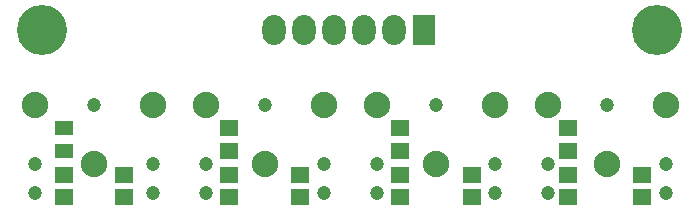
<source format=gbs>
G04 DipTrace 3.2.0.1*
G04 WellMonitor.gbs*
%MOIN*%
G04 #@! TF.FileFunction,Soldermask,Bot*
G04 #@! TF.Part,Single*
%ADD19R,0.059055X0.051181*%
%ADD28C,0.047244*%
%ADD31C,0.167*%
%ADD37O,0.076803X0.100425*%
%ADD39R,0.076803X0.100425*%
%ADD41C,0.087984*%
%ADD43R,0.061055X0.053181*%
%FSLAX26Y26*%
G04*
G70*
G90*
G75*
G01*
G04 BotMask*
%LPD*%
D31*
X518701Y1043701D3*
X2568701D3*
D43*
X793701Y561103D3*
Y486299D3*
X1378701Y561103D3*
Y486299D3*
X1953701Y561103D3*
Y486299D3*
X2518701Y561103D3*
Y486299D3*
D41*
X693701Y596496D3*
X496851Y793347D3*
X890551D3*
D28*
X496851Y498071D3*
Y596496D3*
X693701Y793347D3*
X890551Y498071D3*
Y596496D3*
D41*
X1263701D3*
X1066851Y793347D3*
X1460551D3*
D28*
X1066851Y498071D3*
Y596496D3*
X1263701Y793347D3*
X1460551Y498071D3*
Y596496D3*
D41*
X1833701D3*
X1636851Y793347D3*
X2030551D3*
D28*
X1636851Y498071D3*
Y596496D3*
X1833701Y793347D3*
X2030551Y498071D3*
Y596496D3*
D41*
X2403701D3*
X2206851Y793347D3*
X2600551D3*
D28*
X2206851Y498071D3*
Y596496D3*
X2403701Y793347D3*
X2600551Y498071D3*
Y596496D3*
D39*
X1793701Y1043701D3*
D37*
X1693701D3*
X1593701D3*
X1493701D3*
X1393701D3*
X1293701D3*
D43*
X593701Y486299D3*
Y561103D3*
D19*
Y641299D3*
Y716103D3*
D43*
X1143701Y641299D3*
Y716103D3*
Y486299D3*
Y561103D3*
X1713701Y641299D3*
Y716103D3*
Y486299D3*
Y561103D3*
X2273701Y641299D3*
Y716103D3*
Y486299D3*
Y561103D3*
M02*

</source>
